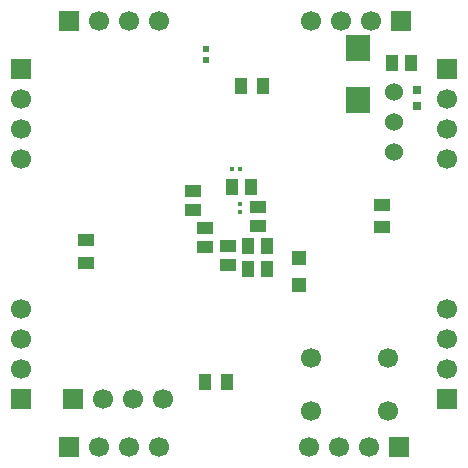
<source format=gbr>
%TF.GenerationSoftware,KiCad,Pcbnew,9.0.6*%
%TF.CreationDate,2025-12-07T19:21:49-08:00*%
%TF.ProjectId,redstone_lamp,72656473-746f-46e6-955f-6c616d702e6b,rev?*%
%TF.SameCoordinates,Original*%
%TF.FileFunction,Soldermask,Bot*%
%TF.FilePolarity,Negative*%
%FSLAX46Y46*%
G04 Gerber Fmt 4.6, Leading zero omitted, Abs format (unit mm)*
G04 Created by KiCad (PCBNEW 9.0.6) date 2025-12-07 19:21:49*
%MOMM*%
%LPD*%
G01*
G04 APERTURE LIST*
%ADD10C,1.524000*%
%ADD11C,1.700000*%
%ADD12R,1.700000X1.700000*%
%ADD13R,1.470000X1.020000*%
%ADD14R,0.620000X0.600000*%
%ADD15R,0.460000X0.420000*%
%ADD16R,1.000000X1.450000*%
%ADD17R,1.020000X1.470000*%
%ADD18R,2.150000X2.200000*%
%ADD19R,1.450000X1.000000*%
%ADD20R,0.700000X0.650000*%
%ADD21R,0.420000X0.460000*%
%ADD22R,1.250000X1.150000*%
G04 APERTURE END LIST*
D10*
%TO.C,U2*%
X148500000Y-43000000D03*
X148500000Y-45540000D03*
X148500000Y-48080000D03*
%TD*%
D11*
%TO.C,SW1*%
X148000000Y-70000000D03*
X141500000Y-70000000D03*
X148000000Y-65500000D03*
X141500000Y-65500000D03*
%TD*%
D12*
%TO.C,J9*%
X121380000Y-69000000D03*
D11*
X123920000Y-69000000D03*
X126460000Y-69000000D03*
X129000000Y-69000000D03*
%TD*%
D12*
%TO.C,J8*%
X116975000Y-69000000D03*
D11*
X116975000Y-66460000D03*
X116975000Y-63920000D03*
X116975000Y-61380000D03*
%TD*%
D12*
%TO.C,J4*%
X153000000Y-69000000D03*
D11*
X153000000Y-66460000D03*
X153000000Y-63920000D03*
X153000000Y-61380000D03*
%TD*%
D12*
%TO.C,J1*%
X121000000Y-37000000D03*
D11*
X123540000Y-37000000D03*
X126080000Y-37000000D03*
X128620000Y-37000000D03*
%TD*%
D12*
%TO.C,J2*%
X149120000Y-37000000D03*
D11*
X146580000Y-37000000D03*
X144040000Y-37000000D03*
X141500000Y-37000000D03*
%TD*%
D12*
%TO.C,J6*%
X149000000Y-73025000D03*
D11*
X146460000Y-73025000D03*
X143920000Y-73025000D03*
X141380000Y-73025000D03*
%TD*%
D12*
%TO.C,J5*%
X121000000Y-73000000D03*
D11*
X123540000Y-73000000D03*
X126080000Y-73000000D03*
X128620000Y-73000000D03*
%TD*%
D12*
%TO.C,J7*%
X117000000Y-41000000D03*
D11*
X117000000Y-43540000D03*
X117000000Y-46080000D03*
X117000000Y-48620000D03*
%TD*%
D12*
%TO.C,J3*%
X153025000Y-41000000D03*
D11*
X153025000Y-43540000D03*
X153025000Y-46080000D03*
X153025000Y-48620000D03*
%TD*%
D13*
%TO.C,C2*%
X131500000Y-51400000D03*
X131500000Y-53000000D03*
%TD*%
%TO.C,C2*%
X137000000Y-52700000D03*
X137000000Y-54300000D03*
%TD*%
D14*
%TO.C,C1*%
X132580000Y-40280000D03*
X132580000Y-39360000D03*
%TD*%
D13*
%TO.C,C2*%
X134500000Y-57600000D03*
X134500000Y-56000000D03*
%TD*%
D15*
%TO.C,C9*%
X134840000Y-49500000D03*
X135500000Y-49500000D03*
%TD*%
D16*
%TO.C,R1*%
X137450000Y-42500000D03*
X135550000Y-42500000D03*
%TD*%
D17*
%TO.C,C3*%
X148400000Y-40500000D03*
X150000000Y-40500000D03*
%TD*%
D18*
%TO.C,D19*%
X145500000Y-43700000D03*
X145500000Y-39300000D03*
%TD*%
D13*
%TO.C,C2*%
X132500000Y-56100000D03*
X132500000Y-54500000D03*
%TD*%
D17*
%TO.C,C10*%
X134810000Y-51000000D03*
X136410000Y-51000000D03*
%TD*%
D19*
%TO.C,R2*%
X147500000Y-52550000D03*
X147500000Y-54450000D03*
%TD*%
D17*
%TO.C,C10*%
X136200000Y-58000000D03*
X137800000Y-58000000D03*
%TD*%
%TO.C,C2*%
X137800000Y-56000000D03*
X136200000Y-56000000D03*
%TD*%
D19*
%TO.C,R4*%
X122500000Y-57450000D03*
X122500000Y-55550000D03*
%TD*%
D20*
%TO.C,C4*%
X150500000Y-42825000D03*
X150500000Y-44175000D03*
%TD*%
D16*
%TO.C,R3*%
X132500000Y-67500000D03*
X134400000Y-67500000D03*
%TD*%
D21*
%TO.C,C11*%
X135500000Y-52500000D03*
X135500000Y-53160000D03*
%TD*%
D22*
%TO.C,R5*%
X140500000Y-59350000D03*
X140500000Y-57000000D03*
%TD*%
M02*

</source>
